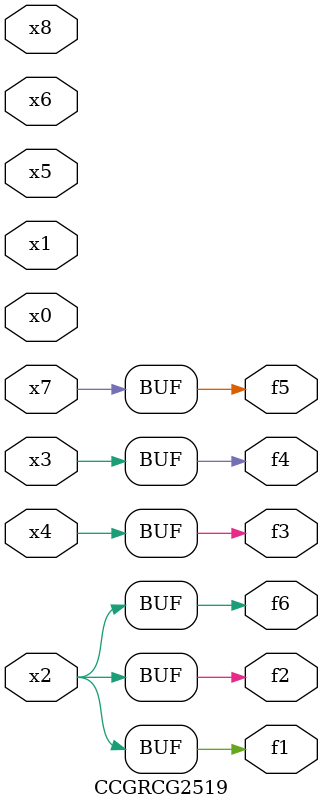
<source format=v>
module CCGRCG2519(
	input x0, x1, x2, x3, x4, x5, x6, x7, x8,
	output f1, f2, f3, f4, f5, f6
);
	assign f1 = x2;
	assign f2 = x2;
	assign f3 = x4;
	assign f4 = x3;
	assign f5 = x7;
	assign f6 = x2;
endmodule

</source>
